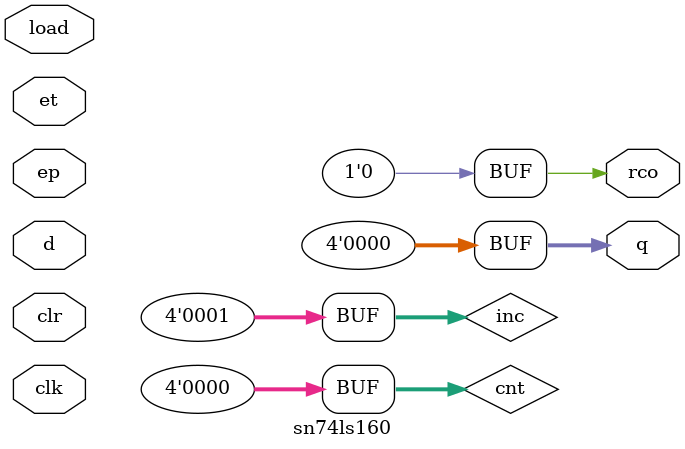
<source format=v>
module sn74ls160(q, rco, d, clr, clk, ep, et, load);
input [3:0] d;
input clr, clk, ep, et, load;
output [3:0] q;
output rco;
reg [3:0] cnt;
wire [3:0] inc;

parameter
	// TI TTL data book Vol 1, 1985
	tPLH_min=0,  tPLH_typ=13, tPLH_max=24, // worst case
	tPHL_min=0,  tPHL_typ=18, tPHL_max=27,
	tPLHR_min=0, tPLHR_typ=20, tPLHR_max=35,
	tPHLR_min=0, tPHLR_typ=18, tPHLR_max=35;
	// clear delay ignored

initial
begin
	cnt <= 4'bxxxx;
end

always @(clr==0)
begin
	cnt <= 4'b0000;
end

assign inc = cnt+1;

always @(posedge clk)
begin
	if (load==0)
		cnt <= d;
	else if (ep==1 && et==1) begin
		cnt <= inc==10 ? 0 : inc;
	end
end

	assign #(tPLH_min:tPLH_typ:tPLH_max, tPHL_min:tPHL_typ:tPHL_max)
		q = cnt;
	assign #(tPLHR_min:tPLHR_typ:tPLHR_max, tPHLR_min:tPHLR_typ:tPHLR_max)
		rco = cnt==9 ? 1 : 0;

endmodule

</source>
